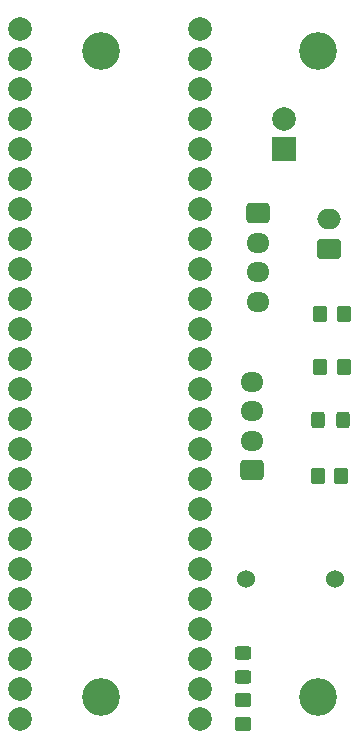
<source format=gbr>
%TF.GenerationSoftware,KiCad,Pcbnew,8.0.3*%
%TF.CreationDate,2024-12-28T15:57:08-05:00*%
%TF.ProjectId,mcu-board v2,6d63752d-626f-4617-9264-2076322e6b69,rev?*%
%TF.SameCoordinates,Original*%
%TF.FileFunction,Soldermask,Top*%
%TF.FilePolarity,Negative*%
%FSLAX46Y46*%
G04 Gerber Fmt 4.6, Leading zero omitted, Abs format (unit mm)*
G04 Created by KiCad (PCBNEW 8.0.3) date 2024-12-28 15:57:08*
%MOMM*%
%LPD*%
G01*
G04 APERTURE LIST*
G04 Aperture macros list*
%AMRoundRect*
0 Rectangle with rounded corners*
0 $1 Rounding radius*
0 $2 $3 $4 $5 $6 $7 $8 $9 X,Y pos of 4 corners*
0 Add a 4 corners polygon primitive as box body*
4,1,4,$2,$3,$4,$5,$6,$7,$8,$9,$2,$3,0*
0 Add four circle primitives for the rounded corners*
1,1,$1+$1,$2,$3*
1,1,$1+$1,$4,$5*
1,1,$1+$1,$6,$7*
1,1,$1+$1,$8,$9*
0 Add four rect primitives between the rounded corners*
20,1,$1+$1,$2,$3,$4,$5,0*
20,1,$1+$1,$4,$5,$6,$7,0*
20,1,$1+$1,$6,$7,$8,$9,0*
20,1,$1+$1,$8,$9,$2,$3,0*%
G04 Aperture macros list end*
%ADD10RoundRect,0.250000X-0.725000X0.600000X-0.725000X-0.600000X0.725000X-0.600000X0.725000X0.600000X0*%
%ADD11O,1.950000X1.700000*%
%ADD12C,3.200000*%
%ADD13RoundRect,0.250000X-0.350000X-0.450000X0.350000X-0.450000X0.350000X0.450000X-0.350000X0.450000X0*%
%ADD14RoundRect,0.250000X0.450000X-0.325000X0.450000X0.325000X-0.450000X0.325000X-0.450000X-0.325000X0*%
%ADD15RoundRect,0.250000X-0.325000X-0.450000X0.325000X-0.450000X0.325000X0.450000X-0.325000X0.450000X0*%
%ADD16C,1.524000*%
%ADD17RoundRect,0.250000X-0.450000X0.350000X-0.450000X-0.350000X0.450000X-0.350000X0.450000X0.350000X0*%
%ADD18RoundRect,0.250000X0.725000X-0.600000X0.725000X0.600000X-0.725000X0.600000X-0.725000X-0.600000X0*%
%ADD19R,2.000000X2.000000*%
%ADD20C,2.000000*%
%ADD21RoundRect,0.250000X0.750000X-0.600000X0.750000X0.600000X-0.750000X0.600000X-0.750000X-0.600000X0*%
%ADD22O,2.000000X1.700000*%
G04 APERTURE END LIST*
D10*
%TO.C,J2*%
X112250000Y-59750000D03*
D11*
X112250000Y-62250000D03*
X112250000Y-64750000D03*
X112250000Y-67250000D03*
%TD*%
D12*
%TO.C,H1*%
X117348000Y-46000000D03*
%TD*%
D13*
%TO.C,R4*%
X117500000Y-68250000D03*
X119500000Y-68250000D03*
%TD*%
D14*
%TO.C,D2*%
X111000000Y-99025000D03*
X111000000Y-96975000D03*
%TD*%
D15*
%TO.C,D1*%
X117375000Y-77250000D03*
X119425000Y-77250000D03*
%TD*%
D16*
%TO.C,BZ1*%
X111250000Y-90750000D03*
X118750000Y-90750000D03*
%TD*%
D17*
%TO.C,R6*%
X111000000Y-101000000D03*
X111000000Y-103000000D03*
%TD*%
D13*
%TO.C,R5*%
X117300000Y-82000000D03*
X119300000Y-82000000D03*
%TD*%
D18*
%TO.C,J4*%
X111750000Y-81500000D03*
D11*
X111750000Y-79000000D03*
X111750000Y-76500000D03*
X111750000Y-74000000D03*
%TD*%
D19*
%TO.C,J11*%
X114500000Y-54290000D03*
D20*
X114500000Y-51750000D03*
%TD*%
%TO.C,Teensy4.2*%
X92138125Y-44168125D03*
X92138125Y-46708125D03*
X92138125Y-49248125D03*
X92138125Y-51788125D03*
X92138125Y-54328125D03*
X92138125Y-56868125D03*
X92138125Y-59408125D03*
X92138125Y-61948125D03*
X92138125Y-64488125D03*
X92138125Y-67028125D03*
X92138125Y-69568125D03*
X92138125Y-72108125D03*
X92138125Y-74648125D03*
X92138125Y-77188125D03*
X92138125Y-79728125D03*
X92138125Y-82268125D03*
X92138125Y-84808125D03*
X92138125Y-87348125D03*
X92138125Y-89888125D03*
X92138125Y-92428125D03*
X92138125Y-94968125D03*
X92138125Y-97508125D03*
X92138125Y-100048125D03*
X92138125Y-102588125D03*
X107378125Y-102588125D03*
X107378125Y-100048125D03*
X107378125Y-97508125D03*
X107378125Y-94968125D03*
X107378125Y-92428125D03*
X107378125Y-89888125D03*
X107378125Y-87348125D03*
X107378125Y-84808125D03*
X107378125Y-82268125D03*
X107378125Y-79728125D03*
X107378125Y-77188125D03*
X107378125Y-74648125D03*
X107378125Y-72108125D03*
X107378125Y-69568125D03*
X107378125Y-67028125D03*
X107378125Y-64488125D03*
X107378125Y-61948125D03*
X107378125Y-59408125D03*
X107378125Y-56868125D03*
X107378125Y-54328125D03*
X107378125Y-51788125D03*
X107378125Y-49248125D03*
X107378125Y-46708125D03*
X107378125Y-44168125D03*
%TD*%
D12*
%TO.C,H2*%
X117348000Y-100750000D03*
%TD*%
%TO.C,H4*%
X99000000Y-100750000D03*
%TD*%
D21*
%TO.C,J9*%
X118250000Y-62750000D03*
D22*
X118250000Y-60250000D03*
%TD*%
D13*
%TO.C,R3*%
X117500000Y-72750000D03*
X119500000Y-72750000D03*
%TD*%
D12*
%TO.C,H3*%
X99000000Y-46000000D03*
%TD*%
M02*

</source>
